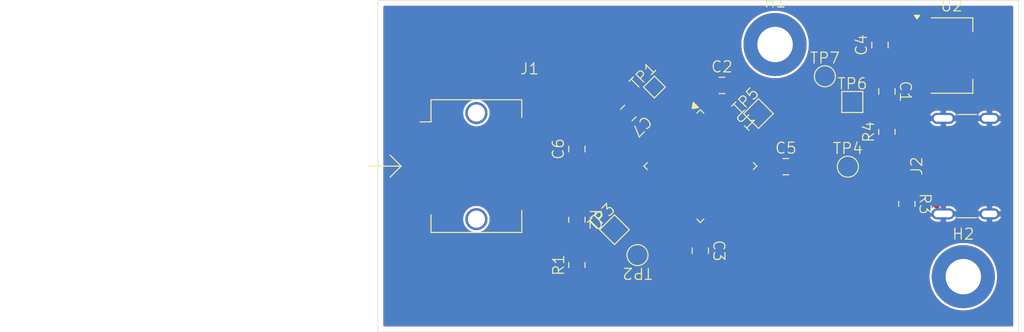
<source format=kicad_pcb>
(kicad_pcb (version 20241229) (generator "pcbnew") (generator_version "9.0")
  (title_block (title "SFP Stick") (date "2025-05-06") (rev "A") (company "B4CKSP4CE") (comment 1 "CERN-OHL-S") (comment 2 "@heyflo"))
  (layers (0 "F.Cu" signal) (2 "B.Cu" signal) (25 "Edge.Cuts" user))
  (net 0 "")
  (net 1 "VBUS")
  (net 2 "GND")
  (net 3 "+3V3")
  (net 8 "/SCL")
  (net 15 "/SDA")
  (net 19 "/USB_D-")
  (net 20 "Net-(J2-CC1)")
  (net 21 "/USB_D+")
  (net 22 "Net-(J2-CC2)")
  (net 32 "Net-(U1-PA14)")
  (net 44 "Net-(U1-NRST)")
  (net 52 "Net-(U1-PA13)")
  (footprint "BKSP:Connector_SFP_NoCage" (layer "F.Cu") (at 147.225 85)
    (property "Reference" "J1" (at -1.4 -8.8 0) (layer "F.SilkS") (effects (font (thickness 0.1))))
    (property "Value" "SFP+")
    (fp_line (start -13 0) (end -16 0) (stroke (width 0.1)) (layer "F.SilkS"))
    (fp_line (start -13 0) (end -14 -1) (stroke (width 0.1)) (layer "F.SilkS"))
    (fp_line (start -13 0) (end -14 1) (stroke (width 0.1)) (layer "F.SilkS"))
    (fp_line (start -10.3 -6) (end -10.3 -4) (stroke (width 0.1)) (layer "F.SilkS"))
    (fp_line (start -10.3 -4) (end -11.3 -4) (stroke (width 0.1)) (layer "F.SilkS"))
    (fp_line (start -10.3 4.4) (end -10.3 6) (stroke (width 0.1)) (layer "F.SilkS"))
    (fp_line (start -2.1 -6) (end -10.3 -6) (stroke (width 0.1)) (layer "F.SilkS"))
    (fp_line (start -2.1 -4.4) (end -2.1 -6) (stroke (width 0.1)) (layer "F.SilkS"))
    (fp_line (start -2.1 4) (end -2.1 6) (stroke (width 0.1)) (layer "F.SilkS"))
    (fp_line (start -2.1 6) (end -10.3 6) (stroke (width 0.1)) (layer "F.SilkS"))
    (pad "" np_thru_hole circle (at -6.2 -4.8) (size 2 2) (drill 1.55) (layers "*.Cu" "*.Mask"))
    (pad "" np_thru_hole circle (at -6.2 4.8) (size 2 2) (drill 1.55) (layers "*.Cu" "*.Mask"))
    (pad "1" smd rect (at -10.3 -3.4) (size 2 0.5) (layers "F.Cu" "F.Mask" "F.Paste") (net 2 "GND"))
    (pad "2" smd rect (at -10.3 -2.6) (size 2 0.5) (layers "F.Cu" "F.Mask" "F.Paste"))
    (pad "3" smd rect (at -10.3 -1.8) (size 2 0.5) (layers "F.Cu" "F.Mask" "F.Paste"))
    (pad "4" smd rect (at -10.3 -1) (size 2 0.5) (layers "F.Cu" "F.Mask" "F.Paste") (net 15 "/SDA"))
    (pad "5" smd rect (at -10.3 -0.2) (size 2 0.5) (layers "F.Cu" "F.Mask" "F.Paste") (net 8 "/SCL"))
    (pad "6" smd rect (at -10.3 0.6) (size 2 0.5) (layers "F.Cu" "F.Mask" "F.Paste"))
    (pad "7" smd rect (at -10.3 1.4) (size 2 0.5) (layers "F.Cu" "F.Mask" "F.Paste"))
    (pad "8" smd rect (at -10.3 2.2) (size 2 0.5) (layers "F.Cu" "F.Mask" "F.Paste"))
    (pad "9" smd rect (at -10.3 3) (size 2 0.5) (layers "F.Cu" "F.Mask" "F.Paste"))
    (pad "10" smd rect (at -10.3 3.8) (size 2 0.5) (layers "F.Cu" "F.Mask" "F.Paste") (net 2 "GND"))
    (pad "11" smd rect (at -2.1 3.4) (size 2 0.5) (layers "F.Cu" "F.Mask" "F.Paste") (net 2 "GND"))
    (pad "12" smd rect (at -2.1 2.6) (size 2 0.5) (layers "F.Cu" "F.Mask" "F.Paste"))
    (pad "13" smd rect (at -2.1 1.8) (size 2 0.5) (layers "F.Cu" "F.Mask" "F.Paste"))
    (pad "14" smd rect (at -2.1 1) (size 2 0.5) (layers "F.Cu" "F.Mask" "F.Paste") (net 2 "GND"))
    (pad "15" smd rect (at -2.1 0.2) (size 2 0.5) (layers "F.Cu" "F.Mask" "F.Paste"))
    (pad "16" smd rect (at -2.1 -0.6) (size 2 0.5) (layers "F.Cu" "F.Mask" "F.Paste") (net 3 "+3V3"))
    (pad "17" smd rect (at -2.1 -1.4) (size 2 0.5) (layers "F.Cu" "F.Mask" "F.Paste") (net 2 "GND"))
    (pad "18" smd rect (at -2.1 -2.2) (size 2 0.5) (layers "F.Cu" "F.Mask" "F.Paste"))
    (pad "19" smd rect (at -2.1 -3) (size 2 0.5) (layers "F.Cu" "F.Mask" "F.Paste"))
    (pad "20" smd rect (at -2.1 -3.8) (size 2 0.5) (layers "F.Cu" "F.Mask" "F.Paste") (net 2 "GND"))
  )
  (footprint "TestPoint:TestPoint_Pad_1.5x1.5mm" (layer "F.Cu") (at 153.5 90.75 45)
    (property "Reference" "TP3" (at 0 -1.648 45) (layer "F.SilkS") (effects (font (thickness 0.1))))
    (property "Value" "SCL")
    (fp_line (start -0.95 -0.95) (end 0.95 -0.95) (stroke (width 0.1)) (layer "F.SilkS"))
    (fp_line (start 0.95 -0.95) (end 0.95 0.95) (stroke (width 0.1)) (layer "F.SilkS"))
    (fp_line (start -0.95 0.95) (end -0.95 -0.95) (stroke (width 0.1)) (layer "F.SilkS"))
    (fp_line (start 0.95 0.95) (end -0.95 0.95) (stroke (width 0.1)) (layer "F.SilkS"))
    (pad "1" smd rect (at 0 0 45) (size 1.5 1.5) (layers "F.Cu" "F.Mask") (net 8 "/SCL"))
  )
  (footprint "Capacitor_SMD:C_0805_2012Metric" (layer "F.Cu") (at 161.25 92.65 -90)
    (property "Reference" "C3" (at 0 -1.68 270) (layer "F.SilkS") (effects (font (thickness 0.1))))
    (property "Value" "0.1uF 6.3V")
    (fp_line (start -0.261252 0.735) (end 0.261252 0.735) (stroke (width 0.1)) (layer "F.SilkS"))
    (fp_line (start -0.261252 -0.735) (end 0.261252 -0.735) (stroke (width 0.1)) (layer "F.SilkS"))
    (pad "1" smd roundrect (at -0.95 0 270) (size 1 1.45) (layers "F.Cu" "F.Mask" "F.Paste") (net 3 "+3V3"))
    (pad "2" smd roundrect (at 0.95 0 270) (size 1 1.45) (layers "F.Cu" "F.Mask" "F.Paste") (net 2 "GND"))
  )
  (footprint "Connector_USB:USB_C_Receptacle_GCT_USB4105-xx-A_16P_TopMnt_Horizontal" (layer "F.Cu") (at 186.29 85 90)
    (property "Reference" "J2" (at 0 -5.5 90) (layer "F.SilkS") (effects (font (thickness 0.1))))
    (property "Value" "USB_C_Receptacle_USB2.0_16P")
    (fp_line (start 4.67 -0.1) (end 4.67 -1.8) (stroke (width 0.1)) (layer "F.SilkS"))
    (fp_line (start -4.67 -0.1) (end -4.67 -1.8) (stroke (width 0.1)) (layer "F.SilkS"))
    (pad "A1" smd roundrect (at -3.2 -3.68 90) (size 0.6 1.15) (layers "F.Cu" "F.Mask" "F.Paste") (net 2 "GND"))
    (pad "A4" smd roundrect (at -2.4 -3.68 90) (size 0.6 1.15) (layers "F.Cu" "F.Mask" "F.Paste") (net 1 "VBUS"))
    (pad "A5" smd roundrect (at -1.25 -3.68 90) (size 0.3 1.15) (layers "F.Cu" "F.Mask" "F.Paste") (net 20 "Net-(J2-CC1)"))
    (pad "A6" smd roundrect (at -0.25 -3.68 90) (size 0.3 1.15) (layers "F.Cu" "F.Mask" "F.Paste") (net 21 "/USB_D+"))
    (pad "A7" smd roundrect (at 0.25 -3.68 90) (size 0.3 1.15) (layers "F.Cu" "F.Mask" "F.Paste") (net 19 "/USB_D-"))
    (pad "A8" smd roundrect (at 1.25 -3.68 90) (size 0.3 1.15) (layers "F.Cu" "F.Mask" "F.Paste"))
    (pad "A9" smd roundrect (at 2.4 -3.68 90) (size 0.6 1.15) (layers "F.Cu" "F.Mask" "F.Paste") (net 1 "VBUS"))
    (pad "A12" smd roundrect (at 3.2 -3.68 90) (size 0.6 1.15) (layers "F.Cu" "F.Mask" "F.Paste") (net 2 "GND"))
    (pad "B1" smd roundrect (at 3.2 -3.68 90) (size 0.6 1.15) (layers "F.Cu" "F.Mask" "F.Paste") (net 2 "GND"))
    (pad "B4" smd roundrect (at 2.4 -3.68 90) (size 0.6 1.15) (layers "F.Cu" "F.Mask" "F.Paste") (net 1 "VBUS"))
    (pad "B5" smd roundrect (at 1.75 -3.68 90) (size 0.3 1.15) (layers "F.Cu" "F.Mask" "F.Paste") (net 22 "Net-(J2-CC2)"))
    (pad "B6" smd roundrect (at 0.75 -3.68 90) (size 0.3 1.15) (layers "F.Cu" "F.Mask" "F.Paste") (net 21 "/USB_D+"))
    (pad "B7" smd roundrect (at -0.75 -3.68 90) (size 0.3 1.15) (layers "F.Cu" "F.Mask" "F.Paste") (net 19 "/USB_D-"))
    (pad "B8" smd roundrect (at -1.75 -3.68 90) (size 0.3 1.15) (layers "F.Cu" "F.Mask" "F.Paste"))
    (pad "B9" smd roundrect (at -2.4 -3.68 90) (size 0.6 1.15) (layers "F.Cu" "F.Mask" "F.Paste") (net 1 "VBUS"))
    (pad "B12" smd roundrect (at -3.2 -3.68 90) (size 0.6 1.15) (layers "F.Cu" "F.Mask" "F.Paste") (net 2 "GND"))
    (pad "S1" thru_hole oval (at -4.32 -3.105 90) (size 1 2.1) (drill oval 0.6 1.7) (property pad_prop_heatsink) (layers "*.Cu" "*.Mask" "F.Paste") (net 2 "GND"))
    (pad "S1" thru_hole oval (at -4.32 1.075 90) (size 1 1.8) (drill oval 0.6 1.4) (property pad_prop_heatsink) (layers "*.Cu" "*.Mask" "F.Paste") (net 2 "GND"))
    (pad "S1" thru_hole oval (at 4.32 -3.105 90) (size 1 2.1) (drill oval 0.6 1.7) (property pad_prop_heatsink) (layers "*.Cu" "*.Mask" "F.Paste") (net 2 "GND"))
    (pad "S1" thru_hole oval (at 4.32 1.075 90) (size 1 1.8) (drill oval 0.6 1.4) (property pad_prop_heatsink) (layers "*.Cu" "*.Mask" "F.Paste") (net 2 "GND"))
  )
  (footprint "TestPoint:TestPoint_Pad_D1.5mm" (layer "F.Cu") (at 155.575 93.05 180)
    (property "Reference" "TP2" (at 0 -1.648 180) (layer "F.SilkS") (effects (font (thickness 0.1))))
    (property "Value" "SDA")
    (fp_circle (center 0 0) (end 0 0.95) (stroke (width 0.1)) (fill no) (layer "F.SilkS"))
    (pad "1" smd circle (at 0 0 180) (size 1.5 1.5) (layers "F.Cu" "F.Mask") (net 15 "/SDA"))
  )
  (footprint "TestPoint:TestPoint_Pad_D1.5mm" (layer "F.Cu") (at 172.5 76.875)
    (property "Reference" "TP7" (at 0 -1.648 0) (layer "F.SilkS") (effects (font (thickness 0.1))))
    (property "Value" "3V3")
    (fp_circle (center 0 0) (end 0 0.95) (stroke (width 0.1)) (fill no) (layer "F.SilkS"))
    (pad "1" smd circle (at 0 0) (size 1.5 1.5) (layers "F.Cu" "F.Mask") (net 3 "+3V3"))
  )
  (footprint "MountingHole:MountingHole_3.2mm_M3_ISO7380_Pad" (layer "F.Cu") (at 168 74)
    (property "Reference" "H1" (at 0 -3.85 0) (layer "F.SilkS") (effects (font (thickness 0.1))))
    (property "Value" "M3")
    (pad "1" thru_hole circle (at 0 0) (size 5.7 5.7) (drill 3.2) (layers "*.Cu" "*.Mask"))
  )
  (footprint "Capacitor_SMD:C_0805_2012Metric" (layer "F.Cu") (at 154.75 80.2 -135)
    (property "Reference" "C7" (at 0 -1.679999 225) (layer "F.SilkS") (effects (font (thickness 0.1))))
    (property "Value" "0.1uF 6.3V")
    (fp_line (start -0.261253 0.735) (end 0.261253 0.735) (stroke (width 0.1)) (layer "F.SilkS"))
    (fp_line (start -0.261253 -0.735) (end 0.261253 -0.735) (stroke (width 0.1)) (layer "F.SilkS"))
    (pad "1" smd roundrect (at -0.949999 0 225) (size 1 1.45) (layers "F.Cu" "F.Mask" "F.Paste") (net 44 "Net-(U1-NRST)"))
    (pad "2" smd roundrect (at 0.949999 0 225) (size 1 1.45) (layers "F.Cu" "F.Mask" "F.Paste") (net 2 "GND"))
  )
  (footprint "Capacitor_SMD:C_0805_2012Metric" (layer "F.Cu") (at 178.1 78.25 -90)
    (property "Reference" "C1" (at 0 -1.68 270) (layer "F.SilkS") (effects (font (thickness 0.1))))
    (property "Value" "10uF 16V")
    (fp_line (start -0.261252 0.735) (end 0.261252 0.735) (stroke (width 0.1)) (layer "F.SilkS"))
    (fp_line (start -0.261252 -0.735) (end 0.261252 -0.735) (stroke (width 0.1)) (layer "F.SilkS"))
    (pad "1" smd roundrect (at -0.95 0 270) (size 1 1.45) (layers "F.Cu" "F.Mask" "F.Paste") (net 1 "VBUS"))
    (pad "2" smd roundrect (at 0.95 0 270) (size 1 1.45) (layers "F.Cu" "F.Mask" "F.Paste") (net 2 "GND"))
  )
  (footprint "Resistor_SMD:R_0805_2012Metric" (layer "F.Cu") (at 179.9 88.4125 -90)
    (property "Reference" "R3" (at 0 -1.65 270) (layer "F.SilkS") (effects (font (thickness 0.1))))
    (property "Value" "5K1")
    (fp_line (start -0.227064 0.735) (end 0.227064 0.735) (stroke (width 0.1)) (layer "F.SilkS"))
    (fp_line (start -0.227064 -0.735) (end 0.227064 -0.735) (stroke (width 0.1)) (layer "F.SilkS"))
    (pad "1" smd roundrect (at -0.9125 0 270) (size 1.025 1.4) (layers "F.Cu" "F.Mask" "F.Paste") (roundrect_rratio 0.243902) (net 20 "Net-(J2-CC1)"))
    (pad "2" smd roundrect (at 0.9125 0 270) (size 1.025 1.4) (layers "F.Cu" "F.Mask" "F.Paste") (roundrect_rratio 0.243902) (net 2 "GND"))
  )
  (footprint "Package_QFP:LQFP-48_7x7mm_P0.5mm" (layer "F.Cu") (at 161.25 85 -45)
    (property "Reference" "U1" (at 0 -5.85 315) (layer "F.SilkS") (effects (font (thickness 0.1))))
    (property "Value" "CH32L103C8T6")
    (fp_line (start -3.61 3.61) (end -3.61 3.16) (stroke (width 0.1)) (layer "F.SilkS"))
    (fp_line (start -3.16 3.61) (end -3.61 3.61) (stroke (width 0.1)) (layer "F.SilkS"))
    (fp_line (start 3.16 3.61) (end 3.61 3.61) (stroke (width 0.1)) (layer "F.SilkS"))
    (fp_line (start -3.61 -3.61) (end -3.61 -3.16) (stroke (width 0.1)) (layer "F.SilkS"))
    (fp_line (start 3.61 3.61) (end 3.61 3.16) (stroke (width 0.1)) (layer "F.SilkS"))
    (fp_line (start -3.16 -3.61) (end -3.61 -3.61) (stroke (width 0.1)) (layer "F.SilkS"))
    (fp_line (start 3.16 -3.61) (end 3.61 -3.61) (stroke (width 0.1)) (layer "F.SilkS"))
    (fp_line (start 3.61 -3.61) (end 3.61 -3.16) (stroke (width 0.1)) (layer "F.SilkS"))
    (fp_poly (pts (xy -4.2 -3.16) (xy -4.54 -3.63) (xy -3.86 -3.63)) (stroke (width 0.1)) (fill yes) (layer "F.SilkS"))
    (pad "1" smd roundrect (at -4.1625 -2.75 315) (size 1.475 0.3) (layers "F.Cu" "F.Mask" "F.Paste"))
    (pad "2" smd roundrect (at -4.1625 -2.25 315) (size 1.475 0.3) (layers "F.Cu" "F.Mask" "F.Paste"))
    (pad "3" smd roundrect (at -4.1625 -1.75 315) (size 1.475 0.3) (layers "F.Cu" "F.Mask" "F.Paste"))
    (pad "4" smd roundrect (at -4.1625 -1.249999 315) (size 1.475 0.3) (layers "F.Cu" "F.Mask" "F.Paste"))
    (pad "5" smd roundrect (at -4.1625 -0.75 315) (size 1.475 0.3) (layers "F.Cu" "F.Mask" "F.Paste"))
    (pad "6" smd roundrect (at -4.1625 -0.25 315) (size 1.475 0.3) (layers "F.Cu" "F.Mask" "F.Paste"))
    (pad "7" smd roundrect (at -4.1625 0.25 315) (size 1.475 0.3) (layers "F.Cu" "F.Mask" "F.Paste") (net 44 "Net-(U1-NRST)"))
    (pad "8" smd roundrect (at -4.1625 0.75 315) (size 1.475 0.3) (layers "F.Cu" "F.Mask" "F.Paste") (net 2 "GND"))
    (pad "9" smd roundrect (at -4.1625 1.249999 315) (size 1.475 0.3) (layers "F.Cu" "F.Mask" "F.Paste") (net 3 "+3V3"))
    (pad "10" smd roundrect (at -4.1625 1.75 315) (size 1.475 0.3) (layers "F.Cu" "F.Mask" "F.Paste"))
    (pad "11" smd roundrect (at -4.1625 2.25 315) (size 1.475 0.3) (layers "F.Cu" "F.Mask" "F.Paste"))
    (pad "12" smd roundrect (at -4.1625 2.75 315) (size 1.475 0.3) (layers "F.Cu" "F.Mask" "F.Paste"))
    (pad "13" smd roundrect (at -2.75 4.1625 315) (size 0.3 1.475) (layers "F.Cu" "F.Mask" "F.Paste"))
    (pad "14" smd roundrect (at -2.25 4.1625 315) (size 0.3 1.475) (layers "F.Cu" "F.Mask" "F.Paste"))
    (pad "15" smd roundrect (at -1.75 4.1625 315) (size 0.3 1.475) (layers "F.Cu" "F.Mask" "F.Paste"))
    (pad "16" smd roundrect (at -1.249999 4.1625 315) (size 0.3 1.475) (layers "F.Cu" "F.Mask" "F.Paste"))
    (pad "17" smd roundrect (at -0.75 4.1625 315) (size 0.3 1.475) (layers "F.Cu" "F.Mask" "F.Paste"))
    (pad "18" smd roundrect (at -0.25 4.1625 315) (size 0.3 1.475) (layers "F.Cu" "F.Mask" "F.Paste"))
    (pad "19" smd roundrect (at 0.25 4.1625 315) (size 0.3 1.475) (layers "F.Cu" "F.Mask" "F.Paste"))
    (pad "20" smd roundrect (at 0.75 4.1625 315) (size 0.3 1.475) (layers "F.Cu" "F.Mask" "F.Paste"))
    (pad "21" smd roundrect (at 1.249999 4.1625 315) (size 0.3 1.475) (layers "F.Cu" "F.Mask" "F.Paste") (net 8 "/SCL"))
    (pad "22" smd roundrect (at 1.75 4.1625 315) (size 0.3 1.475) (layers "F.Cu" "F.Mask" "F.Paste") (net 15 "/SDA"))
    (pad "23" smd roundrect (at 2.25 4.1625 315) (size 0.3 1.475) (layers "F.Cu" "F.Mask" "F.Paste") (net 2 "GND"))
    (pad "24" smd roundrect (at 2.75 4.1625 315) (size 0.3 1.475) (layers "F.Cu" "F.Mask" "F.Paste") (net 3 "+3V3"))
    (pad "25" smd roundrect (at 4.1625 2.75 315) (size 1.475 0.3) (layers "F.Cu" "F.Mask" "F.Paste"))
    (pad "26" smd roundrect (at 4.1625 2.25 315) (size 1.475 0.3) (layers "F.Cu" "F.Mask" "F.Paste"))
    (pad "27" smd roundrect (at 4.1625 1.75 315) (size 1.475 0.3) (layers "F.Cu" "F.Mask" "F.Paste"))
    (pad "28" smd roundrect (at 4.1625 1.249999 315) (size 1.475 0.3) (layers "F.Cu" "F.Mask" "F.Paste"))
    (pad "29" smd roundrect (at 4.1625 0.75 315) (size 1.475 0.3) (layers "F.Cu" "F.Mask" "F.Paste"))
    (pad "30" smd roundrect (at 4.1625 0.25 315) (size 1.475 0.3) (layers "F.Cu" "F.Mask" "F.Paste"))
    (pad "31" smd roundrect (at 4.1625 -0.25 315) (size 1.475 0.3) (layers "F.Cu" "F.Mask" "F.Paste"))
    (pad "32" smd roundrect (at 4.1625 -0.75 315) (size 1.475 0.3) (layers "F.Cu" "F.Mask" "F.Paste") (net 19 "/USB_D-"))
    (pad "33" smd roundrect (at 4.1625 -1.249999 315) (size 1.475 0.3) (layers "F.Cu" "F.Mask" "F.Paste") (net 21 "/USB_D+"))
    (pad "34" smd roundrect (at 4.1625 -1.75 315) (size 1.475 0.3) (layers "F.Cu" "F.Mask" "F.Paste") (net 52 "Net-(U1-PA13)"))
    (pad "35" smd roundrect (at 4.1625 -2.25 315) (size 1.475 0.3) (layers "F.Cu" "F.Mask" "F.Paste") (net 2 "GND"))
    (pad "36" smd roundrect (at 4.1625 -2.75 315) (size 1.475 0.3) (layers "F.Cu" "F.Mask" "F.Paste") (net 3 "+3V3"))
    (pad "37" smd roundrect (at 2.75 -4.1625 315) (size 0.3 1.475) (layers "F.Cu" "F.Mask" "F.Paste") (net 32 "Net-(U1-PA14)"))
    (pad "38" smd roundrect (at 2.25 -4.1625 315) (size 0.3 1.475) (layers "F.Cu" "F.Mask" "F.Paste"))
    (pad "39" smd roundrect (at 1.75 -4.1625 315) (size 0.3 1.475) (layers "F.Cu" "F.Mask" "F.Paste"))
    (pad "40" smd roundrect (at 1.249999 -4.1625 315) (size 0.3 1.475) (layers "F.Cu" "F.Mask" "F.Paste"))
    (pad "41" smd roundrect (at 0.75 -4.1625 315) (size 0.3 1.475) (layers "F.Cu" "F.Mask" "F.Paste"))
    (pad "42" smd roundrect (at 0.25 -4.1625 315) (size 0.3 1.475) (layers "F.Cu" "F.Mask" "F.Paste"))
    (pad "43" smd roundrect (at -0.25 -4.1625 315) (size 0.3 1.475) (layers "F.Cu" "F.Mask" "F.Paste"))
    (pad "44" smd roundrect (at -0.75 -4.1625 315) (size 0.3 1.475) (layers "F.Cu" "F.Mask" "F.Paste"))
    (pad "45" smd roundrect (at -1.249999 -4.1625 315) (size 0.3 1.475) (layers "F.Cu" "F.Mask" "F.Paste"))
    (pad "46" smd roundrect (at -1.75 -4.1625 315) (size 0.3 1.475) (layers "F.Cu" "F.Mask" "F.Paste"))
    (pad "47" smd roundrect (at -2.25 -4.1625 315) (size 0.3 1.475) (layers "F.Cu" "F.Mask" "F.Paste") (net 2 "GND"))
    (pad "48" smd roundrect (at -2.75 -4.1625 315) (size 0.3 1.475) (layers "F.Cu" "F.Mask" "F.Paste") (net 3 "+3V3"))
  )
  (footprint "Resistor_SMD:R_0805_2012Metric" (layer "F.Cu") (at 150.1 93.95 90)
    (property "Reference" "R1" (at 0 -1.65 90) (layer "F.SilkS") (effects (font (thickness 0.1))))
    (property "Value" "5K1")
    (fp_line (start -0.227064 -0.735) (end 0.227064 -0.735) (stroke (width 0.1)) (layer "F.SilkS"))
    (fp_line (start -0.227064 0.735) (end 0.227064 0.735) (stroke (width 0.1)) (layer "F.SilkS"))
    (pad "1" smd roundrect (at -0.9125 0 90) (size 1.025 1.4) (layers "F.Cu" "F.Mask" "F.Paste") (roundrect_rratio 0.243902) (net 3 "+3V3"))
    (pad "2" smd roundrect (at 0.9125 0 90) (size 1.025 1.4) (layers "F.Cu" "F.Mask" "F.Paste") (roundrect_rratio 0.243902) (net 15 "/SDA"))
  )
  (footprint "Resistor_SMD:R_0805_2012Metric" (layer "F.Cu") (at 150.1 89.85 -90)
    (property "Reference" "R2" (at 0 -1.65 270) (layer "F.SilkS") (effects (font (thickness 0.1))))
    (property "Value" "5K1")
    (fp_line (start -0.227064 0.735) (end 0.227064 0.735) (stroke (width 0.1)) (layer "F.SilkS"))
    (fp_line (start -0.227064 -0.735) (end 0.227064 -0.735) (stroke (width 0.1)) (layer "F.SilkS"))
    (pad "1" smd roundrect (at -0.9125 0 270) (size 1.025 1.4) (layers "F.Cu" "F.Mask" "F.Paste") (roundrect_rratio 0.243902) (net 3 "+3V3"))
    (pad "2" smd roundrect (at 0.9125 0 270) (size 1.025 1.4) (layers "F.Cu" "F.Mask" "F.Paste") (roundrect_rratio 0.243902) (net 8 "/SCL"))
  )
  (footprint "TestPoint:TestPoint_Pad_1.5x1.5mm" (layer "F.Cu") (at 174.975 79.2)
    (property "Reference" "TP6" (at 0 -1.648 0) (layer "F.SilkS") (effects (font (thickness 0.1))))
    (property "Value" "GND")
    (fp_line (start -0.95 -0.95) (end 0.95 -0.95) (stroke (width 0.1)) (layer "F.SilkS"))
    (fp_line (start -0.95 0.95) (end -0.95 -0.95) (stroke (width 0.1)) (layer "F.SilkS"))
    (fp_line (start 0.95 -0.95) (end 0.95 0.95) (stroke (width 0.1)) (layer "F.SilkS"))
    (fp_line (start 0.95 0.95) (end -0.95 0.95) (stroke (width 0.1)) (layer "F.SilkS"))
    (pad "1" smd rect (at 0 0) (size 1.5 1.5) (layers "F.Cu" "F.Mask") (net 2 "GND"))
  )
  (footprint "TestPoint:TestPoint_Pad_D1.5mm" (layer "F.Cu") (at 174.575 85.05)
    (property "Reference" "TP4" (at 0 -1.648 0) (layer "F.SilkS") (effects (font (thickness 0.1))))
    (property "Value" "SWDIO")
    (fp_circle (center 0 0) (end 0 0.95) (stroke (width 0.1)) (fill no) (layer "F.SilkS"))
    (pad "1" smd circle (at 0 0) (size 1.5 1.5) (layers "F.Cu" "F.Mask") (net 52 "Net-(U1-PA13)"))
  )
  (footprint "TestPoint:TestPoint_Pad_1.5x1.5mm" (layer "F.Cu") (at 166.5 80.25 45)
    (property "Reference" "TP5" (at 0 -1.648 45) (layer "F.SilkS") (effects (font (thickness 0.1))))
    (property "Value" "SWCLK")
    (fp_line (start -0.95 -0.95) (end 0.95 -0.95) (stroke (width 0.1)) (layer "F.SilkS"))
    (fp_line (start 0.95 -0.95) (end 0.95 0.95) (stroke (width 0.1)) (layer "F.SilkS"))
    (fp_line (start -0.95 0.95) (end -0.95 -0.95) (stroke (width 0.1)) (layer "F.SilkS"))
    (fp_line (start 0.95 0.95) (end -0.95 0.95) (stroke (width 0.1)) (layer "F.SilkS"))
    (pad "1" smd rect (at 0 0 45) (size 1.5 1.5) (layers "F.Cu" "F.Mask") (net 32 "Net-(U1-PA14)"))
  )
  (footprint "Package_TO_SOT_SMD:SOT-223-3_TabPin2" (layer "F.Cu") (at 183.95 75)
    (property "Reference" "U2" (at 0 -4.5 0) (layer "F.SilkS") (effects (font (thickness 0.1))))
    (property "Value" "LT1117-3.3")
    (fp_line (start -1.85 -3.41) (end 1.91 -3.41) (stroke (width 0.1)) (layer "F.SilkS"))
    (fp_line (start -1.85 3.41) (end 1.91 3.41) (stroke (width 0.1)) (layer "F.SilkS"))
    (fp_line (start 1.91 -3.41) (end 1.91 -2.15) (stroke (width 0.1)) (layer "F.SilkS"))
    (fp_line (start 1.91 3.41) (end 1.91 2.15) (stroke (width 0.1)) (layer "F.SilkS"))
    (fp_poly (pts (xy -3.13 -3.31) (xy -3.37 -3.64) (xy -2.89 -3.64) (xy -3.13 -3.31)) (stroke (width 0.1)) (fill yes) (layer "F.SilkS"))
    (pad "1" smd roundrect (at -3.15 -2.3) (size 2 1.5) (layers "F.Cu" "F.Mask" "F.Paste") (net 2 "GND"))
    (pad "2" smd roundrect (at -3.15 0) (size 2 1.5) (layers "F.Cu" "F.Mask" "F.Paste") (net 3 "+3V3"))
    (pad "2" smd roundrect (at 3.15 0) (size 2 3.8) (layers "F.Cu" "F.Mask" "F.Paste") (net 3 "+3V3"))
    (pad "3" smd roundrect (at -3.15 2.3) (size 2 1.5) (layers "F.Cu" "F.Mask" "F.Paste") (net 1 "VBUS"))
  )
  (footprint "Capacitor_SMD:C_0805_2012Metric" (layer "F.Cu") (at 163.2 77.7)
    (property "Reference" "C2" (at 0 -1.68 0) (layer "F.SilkS") (effects (font (thickness 0.1))))
    (property "Value" "0.1uF 6.3V")
    (fp_line (start -0.261252 -0.735) (end 0.261252 -0.735) (stroke (width 0.1)) (layer "F.SilkS"))
    (fp_line (start -0.261252 0.735) (end 0.261252 0.735) (stroke (width 0.1)) (layer "F.SilkS"))
    (pad "1" smd roundrect (at -0.95 0) (size 1 1.45) (layers "F.Cu" "F.Mask" "F.Paste") (net 3 "+3V3"))
    (pad "2" smd roundrect (at 0.95 0) (size 1 1.45) (layers "F.Cu" "F.Mask" "F.Paste") (net 2 "GND"))
  )
  (footprint "Capacitor_SMD:C_0805_2012Metric" (layer "F.Cu") (at 177.475 74.05 90)
    (property "Reference" "C4" (at 0 -1.68 90) (layer "F.SilkS") (effects (font (thickness 0.1))))
    (property "Value" "0.1uF 6.3V")
    (fp_line (start -0.261252 -0.735) (end 0.261252 -0.735) (stroke (width 0.1)) (layer "F.SilkS"))
    (fp_line (start -0.261252 0.735) (end 0.261252 0.735) (stroke (width 0.1)) (layer "F.SilkS"))
    (pad "1" smd roundrect (at -0.95 0 90) (size 1 1.45) (layers "F.Cu" "F.Mask" "F.Paste") (net 3 "+3V3"))
    (pad "2" smd roundrect (at 0.95 0 90) (size 1 1.45) (layers "F.Cu" "F.Mask" "F.Paste") (net 2 "GND"))
  )
  (footprint "Resistor_SMD:R_0805_2012Metric" (layer "F.Cu") (at 178.1 81.9 90)
    (property "Reference" "R4" (at 0 -1.65 90) (layer "F.SilkS") (effects (font (thickness 0.1))))
    (property "Value" "5K1")
    (fp_line (start -0.227064 -0.735) (end 0.227064 -0.735) (stroke (width 0.1)) (layer "F.SilkS"))
    (fp_line (start -0.227064 0.735) (end 0.227064 0.735) (stroke (width 0.1)) (layer "F.SilkS"))
    (pad "1" smd roundrect (at -0.9125 0 90) (size 1.025 1.4) (layers "F.Cu" "F.Mask" "F.Paste") (roundrect_rratio 0.243902) (net 22 "Net-(J2-CC2)"))
    (pad "2" smd roundrect (at 0.9125 0 90) (size 1.025 1.4) (layers "F.Cu" "F.Mask" "F.Paste") (roundrect_rratio 0.243902) (net 2 "GND"))
  )
  (footprint "TestPoint:TestPoint_Pad_1.0x1.0mm" (layer "F.Cu") (at 157.1 77.85 45)
    (property "Reference" "TP1" (at 0 -1.448001 45) (layer "F.SilkS") (effects (font (thickness 0.1))))
    (property "Value" "NRST")
    (fp_line (start -0.7 -0.7) (end 0.7 -0.7) (stroke (width 0.1)) (layer "F.SilkS"))
    (fp_line (start 0.7 -0.7) (end 0.7 0.7) (stroke (width 0.1)) (layer "F.SilkS"))
    (fp_line (start -0.7 0.7) (end -0.7 -0.7) (stroke (width 0.1)) (layer "F.SilkS"))
    (fp_line (start 0.7 0.7) (end -0.7 0.7) (stroke (width 0.1)) (layer "F.SilkS"))
    (pad "1" smd rect (at 0 0 45) (size 1 1) (layers "F.Cu" "F.Mask") (net 44 "Net-(U1-NRST)"))
  )
  (footprint "Capacitor_SMD:C_0805_2012Metric" (layer "F.Cu") (at 150.1 83.45 90)
    (property "Reference" "C6" (at 0 -1.68 90) (layer "F.SilkS") (effects (font (thickness 0.1))))
    (property "Value" "0.1uF 6.3V")
    (fp_line (start -0.261252 -0.735) (end 0.261252 -0.735) (stroke (width 0.1)) (layer "F.SilkS"))
    (fp_line (start -0.261252 0.735) (end 0.261252 0.735) (stroke (width 0.1)) (layer "F.SilkS"))
    (pad "1" smd roundrect (at -0.95 0 90) (size 1 1.45) (layers "F.Cu" "F.Mask" "F.Paste") (net 3 "+3V3"))
    (pad "2" smd roundrect (at 0.95 0 90) (size 1 1.45) (layers "F.Cu" "F.Mask" "F.Paste") (net 2 "GND"))
  )
  (footprint "Capacitor_SMD:C_0805_2012Metric" (layer "F.Cu") (at 168.975 85.05)
    (property "Reference" "C5" (at 0 -1.68 0) (layer "F.SilkS") (effects (font (thickness 0.1))))
    (property "Value" "10uF 16V")
    (fp_line (start -0.261252 -0.735) (end 0.261252 -0.735) (stroke (width 0.1)) (layer "F.SilkS"))
    (fp_line (start -0.261252 0.735) (end 0.261252 0.735) (stroke (width 0.1)) (layer "F.SilkS"))
    (pad "1" smd roundrect (at -0.95 0) (size 1 1.45) (layers "F.Cu" "F.Mask" "F.Paste") (net 3 "+3V3"))
    (pad "2" smd roundrect (at 0.95 0) (size 1 1.45) (layers "F.Cu" "F.Mask" "F.Paste") (net 2 "GND"))
  )
  (footprint "MountingHole:MountingHole_3.2mm_M3_ISO7380_Pad" (layer "F.Cu") (at 185 95)
    (property "Reference" "H2" (at 0 -3.85 0) (layer "F.SilkS") (effects (font (thickness 0.1))))
    (property "Value" "M3")
    (pad "1" thru_hole circle (at 0 0) (size 5.7 5.7) (drill 3.2) (layers "*.Cu" "*.Mask"))
  )
  (gr_rect (start 132.125 70) (end 190 100) (stroke (width 0.05)) (fill no) (layer "Edge.Cuts"))
  (segment (start 185.5 87.25) (end 185.5 82.75) (width 0.5) (layer "F.Cu") (net 1))
  (segment (start 180.8 82.1) (end 181.3 82.6) (width 0.4) (layer "F.Cu") (net 1))
  (segment (start 185.35 87.4) (end 185.5 87.25) (width 0.5) (layer "F.Cu") (net 1))
  (segment (start 181.3 82.6) (end 182.61 82.6) (width 0.4) (layer "F.Cu") (net 1))
  (segment (start 178.1 77.3) (end 180.8 77.3) (width 0.4) (layer "F.Cu") (net 1))
  (segment (start 182.61 87.4) (end 185.35 87.4) (width 0.5) (layer "F.Cu") (net 1))
  (segment (start 180.8 77.3) (end 180.8 82.1) (width 0.4) (layer "F.Cu") (net 1))
  (segment (start 185.5 82.75) (end 185.35 82.6) (width 0.5) (layer "F.Cu") (net 1))
  (segment (start 185.35 82.6) (end 182.61 82.6) (width 0.5) (layer "F.Cu") (net 1))
  (segment (start 149.7 84.4) (end 153.15 84.4) (width 0.3) (layer "F.Cu") (net 3))
  (segment (start 165.133632 85.005456) (end 165.144544 85.005456) (width 0.3) (layer "F.Cu") (net 3))
  (segment (start 165.144544 85.005456) (end 161.249293 81.110205) (width 0.3) (layer "F.Cu") (net 3))
  (segment (start 174.4 75) (end 180.8 75) (width 0.3) (layer "F.Cu") (net 3))
  (segment (start 180.8 75) (end 187.1 75) (width 0.4) (layer "F.Cu") (net 3))
  (segment (start 145.125 84.4) (end 149.7 84.4) (width 0.3) (layer "F.Cu") (net 3))
  (segment (start 157.422785 82.940551) (end 158.411983 83.929749) (width 0.3) (layer "F.Cu") (net 3))
  (segment (start 168.025 83.725) (end 170 81.75) (width 0.3) (layer "F.Cu") (net 3))
  (segment (start 157.4375 94.8625) (end 159.7 92.6) (width 0.3) (layer "F.Cu") (net 3))
  (segment (start 167.086664 85.05) (end 166.137876 85.998788) (width 0.3) (layer "F.Cu") (net 3))
  (segment (start 162.25 77.7) (end 162.25 80.110912) (width 0.3) (layer "F.Cu") (net 3))
  (segment (start 162.25 80.110912) (end 162.248788 80.112124) (width 0.3) (layer "F.Cu") (net 3))
  (segment (start 153.15 84.4) (end 153.700173 84.950173) (width 0.3) (layer "F.Cu") (net 3))
  (segment (start 158.411983 83.929749) (end 158.429749 83.929749) (width 0.3) (layer "F.Cu") (net 3))
  (segment (start 160.251212 89.887876) (end 165.133632 85.005456) (width 0.3) (layer "F.Cu") (net 3))
  (segment (start 168.025 85.05) (end 167.086664 85.05) (width 0.3) (layer "F.Cu") (net 3))
  (segment (start 161.25 90.886664) (end 161.25 91.7) (width 0.3) (layer "F.Cu") (net 3))
  (segment (start 168.025 85.05) (end 168.025 83.725) (width 0.3) (layer "F.Cu") (net 3))
  (segment (start 150.1 94.8625) (end 157.4375 94.8625) (width 0.3) (layer "F.Cu") (net 3))
  (segment (start 170 79.4) (end 174.4 75) (width 0.3) (layer "F.Cu") (net 3))
  (segment (start 159.7 92.6) (end 159.7 90.439088) (width 0.3) (layer "F.Cu") (net 3))
  (segment (start 157.409325 84.950173) (end 158.429749 83.929749) (width 0.3) (layer "F.Cu") (net 3))
  (segment (start 150.1 88.9375) (end 150.1 84.4) (width 0.3) (layer "F.Cu") (net 3))
  (segment (start 158.609498 83.75) (end 161.249293 81.110205) (width 0.3) (layer "F.Cu") (net 3))
  (segment (start 170 81.75) (end 170 79.4) (width 0.3) (layer "F.Cu") (net 3))
  (segment (start 160.251212 89.887876) (end 161.25 90.886664) (width 0.3) (layer "F.Cu") (net 3))
  (segment (start 166.137876 85.998788) (end 165.144544 85.005456) (width 0.3) (layer "F.Cu") (net 3))
  (segment (start 159.7 90.439088) (end 160.251212 89.887876) (width 0.3) (layer "F.Cu") (net 3))
  (segment (start 153.700173 84.950173) (end 157.409325 84.950173) (width 0.3) (layer "F.Cu") (net 3))
  (segment (start 161.249293 81.110205) (end 162.248081 80.111417) (width 0.3) (layer "F.Cu") (net 3))
  (segment (start 158.429749 83.929749) (end 158.609498 83.75) (width 0.3) (layer "F.Cu") (net 3))
  (segment (start 153.1875 90.7625) (end 150.1 90.7625) (width 0.3) (layer "F.Cu") (net 8))
  (segment (start 153.5 90.75) (end 153.2 90.75) (width 0.3) (layer "F.Cu") (net 8))
  (segment (start 135.42826 84.8) (end 134.751 85.47726) (width 0.3) (layer "F.Cu") (net 8))
  (segment (start 147.951721 91.749) (end 148.938221 90.7625) (width 0.3) (layer "F.Cu") (net 8))
  (segment (start 136.925 84.8) (end 135.42826 84.8) (width 0.3) (layer "F.Cu") (net 8))
  (segment (start 134.751 85.47726) (end 134.751 90.251) (width 0.3) (layer "F.Cu") (net 8))
  (segment (start 136.249 91.749) (end 147.951721 91.749) (width 0.3) (layer "F.Cu") (net 8))
  (segment (start 153.2 90.75) (end 153.1875 90.7625) (width 0.3) (layer "F.Cu") (net 8))
  (segment (start 134.751 90.251) (end 136.249 91.749) (width 0.3) (layer "F.Cu") (net 8))
  (segment (start 157.267766 90.75) (end 153.5 90.75) (width 0.3) (layer "F.Cu") (net 8))
  (segment (start 159.190551 88.827215) (end 157.267766 90.75) (width 0.3) (layer "F.Cu") (net 8))
  (segment (start 148.938221 90.7625) (end 150.1 90.7625) (width 0.3) (layer "F.Cu") (net 8))
  (segment (start 134.25 85.25) (end 134.25 90.5) (width 0.3) (layer "F.Cu") (net 15))
  (segment (start 159.544105 89.180769) (end 155.6 93.124874) (width 0.3) (layer "F.Cu") (net 15))
  (segment (start 136 92.25) (end 148 92.25) (width 0.3) (layer "F.Cu") (net 15))
  (segment (start 134.25 90.5) (end 136 92.25) (width 0.3) (layer "F.Cu") (net 15))
  (segment (start 148.7875 93.0375) (end 150.1 93.0375) (width 0.3) (layer "F.Cu") (net 15))
  (segment (start 136.925 84) (end 135.5 84) (width 0.3) (layer "F.Cu") (net 15))
  (segment (start 155.5625 93.0375) (end 155.575 93.05) (width 0.3) (layer "F.Cu") (net 15))
  (segment (start 150.1 93.0375) (end 155.5625 93.0375) (width 0.3) (layer "F.Cu") (net 15))
  (segment (start 148 92.25) (end 148.7875 93.0375) (width 0.3) (layer "F.Cu") (net 15))
  (segment (start 135.5 84) (end 134.25 85.25) (width 0.3) (layer "F.Cu") (net 15))
  (segment (start 164.723662 87.413002) (end 166.18566 88.875) (width 0.3) (layer "F.Cu") (net 19))
  (segment (start 166.18566 88.875) (end 174.825 88.875) (width 0.3) (layer "F.Cu") (net 19))
  (segment (start 180.9 85.275) (end 180.9 84.75) (width 0.3) (layer "F.Cu") (net 19))
  (segment (start 178.95 84.75) (end 182.61 84.75) (width 0.3) (layer "F.Cu") (net 19))
  (segment (start 174.825 88.875) (end 178.95 84.75) (width 0.3) (layer "F.Cu") (net 19))
  (segment (start 182.61 85.75) (end 181.375 85.75) (width 0.3) (layer "F.Cu") (net 19))
  (segment (start 181.375 85.75) (end 180.9 85.275) (width 0.3) (layer "F.Cu") (net 19))
  (segment (start 179.9 87.5) (end 181.15 86.25) (width 0.3) (layer "F.Cu") (net 20))
  (segment (start 181.15 86.25) (end 182.61 86.25) (width 0.3) (layer "F.Cu") (net 20))
  (segment (start 184.25 84.5) (end 184 84.25) (width 0.3) (layer "F.Cu") (net 21))
  (segment (start 184.25 85) (end 184.25 84.5) (width 0.3) (layer "F.Cu") (net 21))
  (segment (start 178.625 84.25) (end 174.5 88.375) (width 0.3) (layer "F.Cu") (net 21))
  (segment (start 174.5 88.375) (end 166.392766 88.375) (width 0.3) (layer "F.Cu") (net 21))
  (segment (start 184 84.25) (end 182.61 84.25) (width 0.3) (layer "F.Cu") (net 21))
  (segment (start 166.392766 88.375) (end 165.077215 87.059449) (width 0.3) (layer "F.Cu") (net 21))
  (segment (start 182.61 85.25) (end 184 85.25) (width 0.3) (layer "F.Cu") (net 21))
  (segment (start 184 85.25) (end 184.25 85) (width 0.3) (layer "F.Cu") (net 21))
  (segment (start 182.61 84.25) (end 178.625 84.25) (width 0.3) (layer "F.Cu") (net 21))
  (segment (start 180.65 83.25) (end 180.2125 82.8125) (width 0.3) (layer "F.Cu") (net 22))
  (segment (start 182.61 83.25) (end 180.65 83.25) (width 0.3) (layer "F.Cu") (net 22))
  (segment (start 180.2125 82.8125) (end 178.1 82.8125) (width 0.3) (layer "F.Cu") (net 22))
  (segment (start 167.5 81.25) (end 166.5 80.25) (width 0.3) (layer "F.Cu") (net 32))
  (segment (start 166.137876 84.001212) (end 167.5 82.639088) (width 0.3) (layer "F.Cu") (net 32))
  (segment (start 167.5 82.639088) (end 167.5 81.25) (width 0.3) (layer "F.Cu") (net 32))
  (segment (start 155.421751 79.528249) (end 157.1 77.85) (width 0.3) (layer "F.Cu") (net 44))
  (segment (start 155.424695 79.528249) (end 155.421751 79.528249) (width 0.3) (layer "F.Cu") (net 44))
  (segment (start 158.129891 82.233445) (end 155.424695 79.528249) (width 0.3) (layer "F.Cu") (net 44))
  (segment (start 166.599874 87.875) (end 171.75 87.875) (width 0.3) (layer "F.Cu") (net 52))
  (segment (start 171.75 87.875) (end 174.575 85.05) (width 0.3) (layer "F.Cu") (net 52))
  (segment (start 165.430769 86.705895) (end 166.599874 87.875) (width 0.3) (layer "F.Cu") (net 52))
  (zone (net 2) (net_name "GND") (layers "F.Cu" "B.Cu") (connect_pads (clearance 0.2)) (min_thickness 0.2) (fill yes (thermal_gap 0.2) (thermal_bridge_width 0.5) (island_removal_mode 2) (island_area_min 3))
    (polygon (pts (xy 132.125 70) (xy 190 70) (xy 190 100) (xy 132.125 100)))
  )
)
</source>
